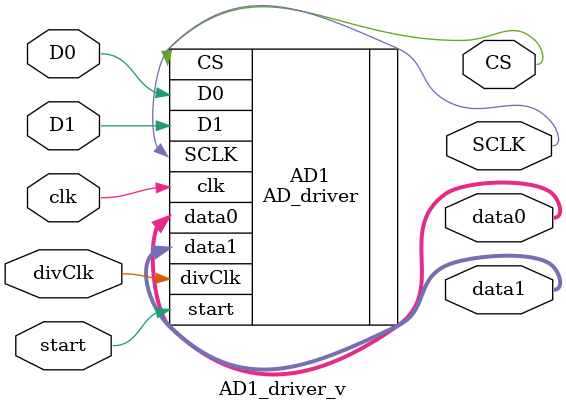
<source format=v>
`timescale 1ns / 1ps

`include "div_frecuencias.vh"

module AD1_driver_v(
       clk,
       start,
       divClk,
       data0, data1,
       D0, D1,
       CS, SCLK
       );    
       
// Interfaz con FPGA:
input wire clk; 
input wire start;
input wire divClk;
output wire [11:0] data0, data1;

// Interfaz con PMOD AD1:
input wire D0, D1;
output wire CS, SCLK;

// Par�metros


// ---------- MODULE ----------

AD_driver AD1 (
 
 //entradas
        .start(start),
        .clk(clk), 
        .divClk(divClk),
        .D0(D0),
        .D1(D1),
 // salidas  
        .CS(CS),
        .SCLK(SCLK),
        .data0(data0),
        .data1(data1)
        
);

endmodule
</source>
